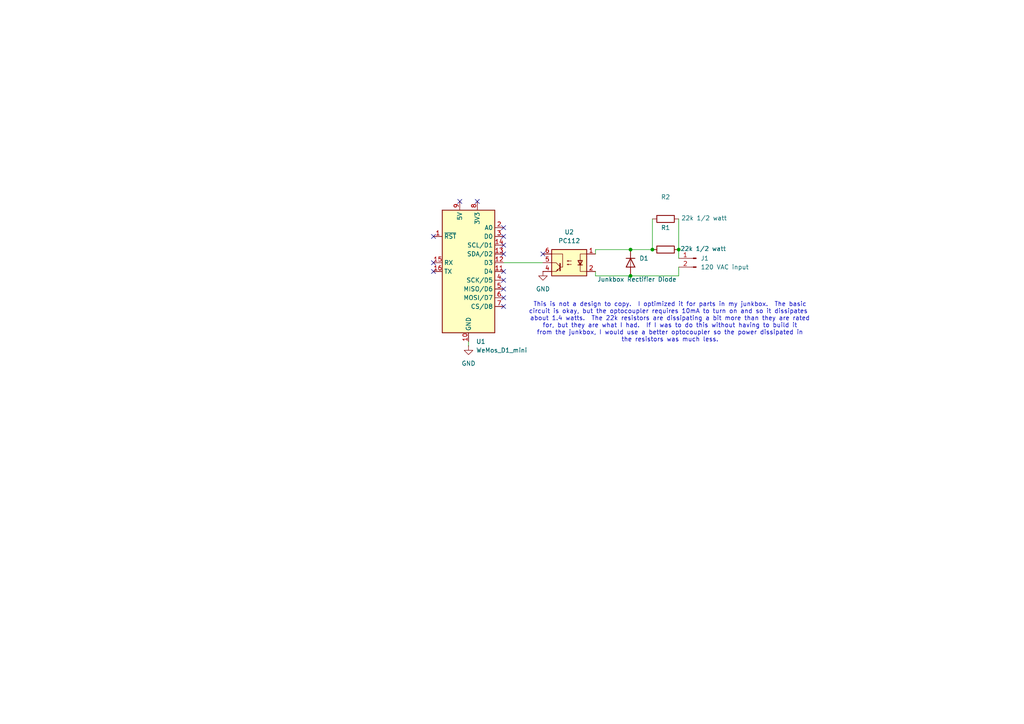
<source format=kicad_sch>
(kicad_sch (version 20231120) (generator "eeschema") (generator_version "8.0")
  (paper "A4")
  (title_block (title "Junkbox Breaker Monitor") (date "2024-06-18") (rev "0.1") (company "Rob Frohne") (comment 1 "All parts were junkbox parts.  Not optimum design."))
  (lib_symbols
    (symbol "Connector:Conn_01x02_Pin" (pin_names (offset 1.016) hide)
      (property "Reference" "J" (at 0 2.54 0))
      (property "Value" "Conn_01x02_Pin" (at 0 -5.08 0))
      (symbol "Conn_01x02_Pin_1_1"
        (polyline (pts (xy 1.27 -2.54) (xy 0.8636 -2.54)) (stroke (width 0.1524)))
        (polyline (pts (xy 1.27 0) (xy 0.8636 0)) (stroke (width 0.1524)))
        (rectangle (start 0.8636 -2.413) (end 0 -2.667) (stroke (width 0.1524)) (fill (type outline)))
        (rectangle (start 0.8636 0.127) (end 0 -0.127) (stroke (width 0.1524)) (fill (type outline)))
        (pin passive line (at 5.08 0 180) (length 3.81) (name "Pin_1") (number "1"))
        (pin passive line (at 5.08 -2.54 180) (length 3.81) (name "Pin_2") (number "2"))
      )
    )
    (symbol "Device:D" (pin_numbers hide) (pin_names (offset 1.016) hide)
      (property "Reference" "D" (at 0 2.54 0))
      (property "Value" "D" (at 0 -2.54 0))
      (symbol "D_0_1"
        (polyline (pts (xy -1.27 1.27) (xy -1.27 -1.27)) (stroke (width 0.254)))
        (polyline (pts (xy 1.27 0) (xy -1.27 0)))
        (polyline (pts (xy 1.27 1.27) (xy 1.27 -1.27) (xy -1.27 0) (xy 1.27 1.27)) (stroke (width 0.254)))
      )
      (symbol "D_1_1"
        (pin passive line (at -3.81 0 0) (length 2.54) (name "K") (number "1"))
        (pin passive line (at 3.81 0 180) (length 2.54) (name "A") (number "2"))
      )
    )
    (symbol "Device:R" (pin_numbers hide) (pin_names (offset 0))
      (property "Reference" "R" (at 2.032 0 90))
      (property "Value" "R" (at 0 0 90))
      (symbol "R_0_1"
        (rectangle (start -1.016 -2.54) (end 1.016 2.54) (stroke (width 0.254)))
      )
      (symbol "R_1_1"
        (pin passive line (at 0 3.81 270) (length 1.27) (name "~") (number "1"))
        (pin passive line (at 0 -3.81 90) (length 1.27) (name "~") (number "2"))
      )
    )
    (symbol "Isolator:4N35" (pin_names (offset 1.016))
      (property "Reference" "U" (at -5.08 5.08 0))
      (property "Value" "4N35" (at 0 5.08 0))
      (symbol "4N35_0_1"
        (rectangle (start -5.08 3.81) (end 5.08 -3.81) (stroke (width 0.254)) (fill (type background)))
        (polyline (pts (xy -3.81 -0.635) (xy -2.54 -0.635)) (stroke (width 0.254)))
        (polyline (pts (xy 2.667 -1.397) (xy 3.81 -2.54)))
        (polyline (pts (xy 2.667 -1.143) (xy 3.81 0)))
        (polyline (pts (xy 3.81 -2.54) (xy 5.08 -2.54)))
        (polyline (pts (xy 3.81 0) (xy 5.08 0)))
        (polyline (pts (xy 2.667 -0.254) (xy 2.667 -2.286) (xy 2.667 -2.286)) (stroke (width 0.3556)))
        (polyline (pts (xy -5.08 -2.54) (xy -3.175 -2.54) (xy -3.175 2.54) (xy -5.08 2.54)))
        (polyline (pts (xy -3.175 -0.635) (xy -3.81 0.635) (xy -2.54 0.635) (xy -3.175 -0.635)) (stroke (width 0.254)))
        (polyline (pts (xy 3.683 -2.413) (xy 3.429 -1.905) (xy 3.175 -2.159) (xy 3.683 -2.413)))
        (polyline (pts (xy 5.08 2.54) (xy 1.905 2.54) (xy 1.905 -1.27) (xy 2.54 -1.27)))
        (polyline (pts (xy -0.635 -0.508) (xy 0.635 -0.508) (xy 0.254 -0.635) (xy 0.254 -0.381) (xy 0.635 -0.508)))
        (polyline (pts (xy -0.635 0.508) (xy 0.635 0.508) (xy 0.254 0.381) (xy 0.254 0.635) (xy 0.635 0.508)))
      )
      (symbol "4N35_1_1"
        (pin passive line (at -7.62 2.54 0) (length 2.54) (name "~") (number "1"))
        (pin passive line (at -7.62 -2.54 0) (length 2.54) (name "~") (number "2"))
        (pin no_connect line (at -5.08 0 0) (length 2.54) hide (name "NC") (number "3"))
        (pin passive line (at 7.62 -2.54 180) (length 2.54) (name "~") (number "4"))
        (pin passive line (at 7.62 0 180) (length 2.54) (name "~") (number "5"))
        (pin passive line (at 7.62 2.54 180) (length 2.54) (name "~") (number "6"))
      )
    )
    (symbol "MCU_Module:WeMos_D1_mini"
      (property "Reference" "U" (at 3.81 19.05 0))
      (property "Value" "WeMos_D1_mini" (at 1.27 -19.05 0))
      (symbol "WeMos_D1_mini_1_1"
        (rectangle (start -7.62 17.78) (end 7.62 -17.78) (stroke (width 0.254)) (fill (type background)))
        (pin input line (at -10.16 10.16 0) (length 2.54) (name "~{RST}") (number "1"))
        (pin power_in line (at 0 -20.32 90) (length 2.54) (name "GND") (number "10"))
        (pin bidirectional line (at 10.16 0 180) (length 2.54) (name "D4") (number "11"))
        (pin bidirectional line (at 10.16 2.54 180) (length 2.54) (name "D3") (number "12"))
        (pin bidirectional line (at 10.16 5.08 180) (length 2.54) (name "SDA/D2") (number "13"))
        (pin bidirectional line (at 10.16 7.62 180) (length 2.54) (name "SCL/D1") (number "14"))
        (pin input line (at -10.16 2.54 0) (length 2.54) (name "RX") (number "15"))
        (pin output line (at -10.16 0 0) (length 2.54) (name "TX") (number "16"))
        (pin input line (at 10.16 12.7 180) (length 2.54) (name "A0") (number "2"))
        (pin bidirectional line (at 10.16 10.16 180) (length 2.54) (name "D0") (number "3"))
        (pin bidirectional line (at 10.16 -2.54 180) (length 2.54) (name "SCK/D5") (number "4"))
        (pin bidirectional line (at 10.16 -5.08 180) (length 2.54) (name "MISO/D6") (number "5"))
        (pin bidirectional line (at 10.16 -7.62 180) (length 2.54) (name "MOSI/D7") (number "6"))
        (pin bidirectional line (at 10.16 -10.16 180) (length 2.54) (name "CS/D8") (number "7"))
        (pin power_out line (at 2.54 20.32 270) (length 2.54) (name "3V3") (number "8"))
        (pin power_in line (at -2.54 20.32 270) (length 2.54) (name "5V") (number "9"))
      )
    )
    (symbol "power:GND" (power) (pin_numbers hide) (pin_names (offset 0) hide)
      (property "Value" "GND" (at 0 -3.81 0))
      (symbol "GND_0_1"
        (polyline (pts (xy 0 0) (xy 0 -1.27) (xy 1.27 -1.27) (xy 0 -2.54) (xy -1.27 -1.27) (xy 0 -1.27)))
      )
      (symbol "GND_1_1"
        (pin power_in line (at 0 0 270) (length 0) (name "~") (number "1"))
      )
    )
  )
  (junction (at 196.85 72.39))
  (junction (at 182.88 80.01))
  (junction (at 189.23 72.39))
  (junction (at 182.88 72.39))
  (no_connect (at 146.05 88.9))
  (no_connect (at 133.35 58.42))
  (no_connect (at 146.05 71.12))
  (no_connect (at 125.73 78.74))
  (no_connect (at 138.43 58.42))
  (no_connect (at 157.48 73.66))
  (no_connect (at 146.05 81.28))
  (no_connect (at 125.73 68.58))
  (no_connect (at 146.05 68.58))
  (no_connect (at 146.05 73.66))
  (no_connect (at 146.05 83.82))
  (no_connect (at 146.05 66.04))
  (no_connect (at 146.05 78.74))
  (no_connect (at 146.05 86.36))
  (no_connect (at 125.73 76.2))
  (wire (pts (xy 182.88 72.39) (xy 189.23 72.39)))
  (wire (pts (xy 172.72 73.66) (xy 172.72 72.39)))
  (wire (pts (xy 172.72 80.01) (xy 182.88 80.01)))
  (wire (pts (xy 189.23 63.5) (xy 189.23 72.39)))
  (wire (pts (xy 196.85 63.5) (xy 196.85 72.39)))
  (wire (pts (xy 196.85 72.39) (xy 196.85 74.93)))
  (wire (pts (xy 182.88 80.01) (xy 196.85 80.01)))
  (wire (pts (xy 135.89 99.06) (xy 135.89 100.33)))
  (wire (pts (xy 146.05 76.2) (xy 157.48 76.2)))
  (wire (pts (xy 172.72 78.74) (xy 172.72 80.01)))
  (wire (pts (xy 172.72 72.39) (xy 182.88 72.39)))
  (wire (pts (xy 196.85 77.47) (xy 196.85 80.01)))
  (text "This is not a design to copy.  I optimized it for parts in my junkbox.  The basic\ncircuit is okay, but the optocoupler requires 10mA to turn on and so it dissipates \nabout 1.4 watts.  The 22k resistors are dissipating a bit more than they are rated\nfor, but they are what I had.  If I was to do this without having to build it\nfrom the junkbox, I would use a better optocoupler so the power dissipated in\nthe resistors was much less." (at 194.31 93.472 0) (effects (font (size 1.27 1.27))))
  (symbol (lib_id "Isolator:4N35") (at 165.1 76.2 0) (mirror y) (unit 1)
    (property "Reference" "U2" (at 165.1 67.31 0))
    (property "Value" "PC112" (at 165.1 69.85 0))
    (property "Footprint" "Package_DIP:DIP-6_W7.62mm" (effects (hide yes)))
    (property "Datasheet" "https://www.vishay.com/docs/81181/4n35.pdf" (effects (hide yes)))
    (property "Description" "Optocoupler, Phototransistor Output, with Base Connection, Vce 70V, CTR 100%, Viso 5000V, DIP6" (effects (hide yes)))
  )
  (symbol (lib_id "power:GND") (at 157.48 78.74 0) (unit 1)
    (property "Reference" "#PWR02" (effects (hide yes)))
    (property "Value" "GND" (at 157.48 83.82 0))
    (property "Description" "Power symbol creates a global label with name \"GND\" , ground" (effects (hide yes)))
  )
  (symbol (lib_id "Device:R") (at 193.04 72.39 90) (unit 1)
    (property "Reference" "R1" (at 193.04 66.04 90))
    (property "Value" "22k 1/2 watt" (at 203.962 72.136 90))
    (property "Description" "Resistor" (effects (hide yes)))
  )
  (symbol (lib_id "power:GND") (at 135.89 100.33 0) (unit 1)
    (property "Reference" "#PWR01" (effects (hide yes)))
    (property "Value" "GND" (at 135.89 105.41 0))
    (property "Description" "Power symbol creates a global label with name \"GND\" , ground" (effects (hide yes)))
  )
  (symbol (lib_id "MCU_Module:WeMos_D1_mini") (at 135.89 78.74 0) (unit 1)
    (property "Reference" "U1" (at 138.0841 99.06 0) (effects (justify left)))
    (property "Value" "WeMos_D1_mini" (at 138.0841 101.6 0) (effects (justify left)))
    (property "Footprint" "Module:WEMOS_D1_mini_light" (effects (hide yes)))
    (property "Datasheet" "https://wiki.wemos.cc/products:d1:d1_mini#documentation" (effects (hide yes)))
    (property "Description" "32-bit microcontroller module with WiFi" (effects (hide yes)))
  )
  (symbol (lib_id "Connector:Conn_01x02_Pin") (at 201.93 74.93 0) (mirror y) (unit 1)
    (property "Reference" "J1" (at 203.2 74.9299 0) (effects (justify right)))
    (property "Value" "120 VAC input" (at 203.2 77.4699 0) (effects (justify right)))
    (property "Description" "Generic connector, single row, 01x02, script generated" (effects (hide yes)))
  )
  (symbol (lib_id "Device:D") (at 182.88 76.2 270) (unit 1)
    (property "Reference" "D1" (at 185.42 74.9299 90) (effects (justify left)))
    (property "Value" "Junkbox Rectifier Diode" (at 173.228 81.026 90) (effects (justify left)))
    (property "Description" "Diode" (effects (hide yes)))
    (property "Sim.Device" "D" (effects (hide yes)))
    (property "Sim.Pins" "1=K 2=A" (effects (hide yes)))
  )
  (symbol (lib_id "Device:R") (at 193.04 63.5 90) (unit 1)
    (property "Reference" "R2" (at 193.04 57.15 90))
    (property "Value" "22k 1/2 watt" (at 204.216 63.246 90))
    (property "Description" "Resistor" (effects (hide yes)))
  )
)
</source>
